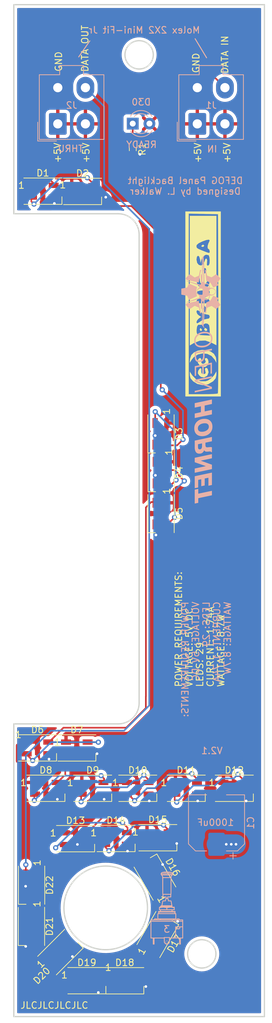
<source format=kicad_pcb>
(kicad_pcb (version 20211014) (generator pcbnew)
  (layers (0 "F.Cu" signal) (31 "B.Cu" signal) (34 "B.Paste" user) (35 "F.Paste" user) (36 "B.SilkS" user "B.Silkscreen") (37 "F.SilkS" user "F.Silkscreen") (38 "B.Mask" user) (39 "F.Mask" user) (44 "Edge.Cuts" user))
  (net 0 "")
  (net 1 "/LEDGND")
  (net 2 "/LED+5V")
  (net 3 "Net-(D1-Pad2)")
  (net 4 "/DATAIN")
  (net 5 "Net-(D2-Pad2)")
  (net 6 "Net-(D3-Pad2)")
  (net 7 "Net-(D4-Pad2)")
  (net 8 "Net-(D5-Pad2)")
  (net 9 "Net-(D6-Pad2)")
  (net 10 "Net-(D7-Pad2)")
  (net 11 "Net-(D8-Pad2)")
  (net 12 "Net-(D10-Pad4)")
  (net 13 "Net-(D10-Pad2)")
  (net 14 "Net-(D11-Pad2)")
  (net 15 "/DATAOUT1")
  (net 16 "Net-(D13-Pad2)")
  (net 17 "Net-(D14-Pad2)")
  (net 18 "Net-(D15-Pad2)")
  (net 19 "Net-(D16-Pad2)")
  (net 20 "Net-(D17-Pad2)")
  (net 21 "Net-(D18-Pad2)")
  (net 22 "Net-(D19-Pad2)")
  (net 23 "Net-(D20-Pad2)")
  (net 24 "Net-(D21-Pad2)")
  (net 25 "/DATAOUT")
  (net 26 "Net-(D30-Pad1)")
  (footprint "OH_Footprints:LED_WS2812B-MINI_PLCC4_3.5x3.5mm_P1.75mm" (layer "F.Cu") (at 125.05 59.045)
    (fp_text reference "D1" (at 0 -2.75) (layer "F.SilkS"))
    (fp_text value "WS2812B-Mini")
    (fp_text user "1" (at -3.260882 -0.892716) (layer "F.SilkS"))
    (pad "1" smd rect (at -1.64 -0.89) (size 1.5 0.8) (layers "F.Cu" "F.Paste" "F.Mask") (net 2 "/LED+5V"))
    (pad "2" smd rect (at -1.64 0.89) (size 1.5 0.8) (layers "F.Cu" "F.Paste" "F.Mask") (net 3 "Net-(D1-Pad2)"))
    (pad "3" smd rect (at 1.64 0.89) (size 1.5 0.8) (layers "F.Cu" "F.Paste" "F.Mask") (net 1 "/LEDGND"))
    (pad "4" smd rect (at 1.64 -0.89) (size 1.5 0.8) (layers "F.Cu" "F.Paste" "F.Mask") (net 4 "/DATAIN"))
  )
  (footprint "OH_Footprints:LED_WS2812B-MINI_PLCC4_3.5x3.5mm_P1.75mm" (layer "F.Cu") (at 131.08 59.08)
    (fp_text reference "D2" (at 0 -2.75) (layer "F.SilkS"))
    (fp_text value "WS2812B-Mini")
    (fp_text user "1" (at -2.999579 -0.975522) (layer "F.SilkS"))
    (pad "1" smd rect (at -1.64 -0.89) (size 1.5 0.8) (layers "F.Cu" "F.Paste" "F.Mask") (net 2 "/LED+5V"))
    (pad "2" smd rect (at -1.64 0.89) (size 1.5 0.8) (layers "F.Cu" "F.Paste" "F.Mask") (net 5 "Net-(D2-Pad2)"))
    (pad "3" smd rect (at 1.64 0.89) (size 1.5 0.8) (layers "F.Cu" "F.Paste" "F.Mask") (net 1 "/LEDGND"))
    (pad "4" smd rect (at 1.64 -0.89) (size 1.5 0.8) (layers "F.Cu" "F.Paste" "F.Mask") (net 3 "Net-(D1-Pad2)"))
  )
  (footprint "OH_Footprints:LED_WS2812B-MINI_PLCC4_3.5x3.5mm_P1.75mm" (layer "F.Cu") (at 143.005 95.89 -90)
    (fp_text reference "D3" (at 0 -2.75 -90) (layer "F.SilkS"))
    (fp_text value "WS2812B-Mini")
    (fp_text user "1" (at -3.4 -0.85 -90) (layer "F.SilkS"))
    (pad "1" smd rect (at -1.64 -0.89 270) (size 1.5 0.8) (layers "F.Cu" "F.Paste" "F.Mask") (net 2 "/LED+5V"))
    (pad "2" smd rect (at -1.64 0.89 270) (size 1.5 0.8) (layers "F.Cu" "F.Paste" "F.Mask") (net 6 "Net-(D3-Pad2)"))
    (pad "3" smd rect (at 1.64 0.89 270) (size 1.5 0.8) (layers "F.Cu" "F.Paste" "F.Mask") (net 1 "/LEDGND"))
    (pad "4" smd rect (at 1.64 -0.89 270) (size 1.5 0.8) (layers "F.Cu" "F.Paste" "F.Mask") (net 5 "Net-(D2-Pad2)"))
  )
  (footprint "OH_Footprints:LED_WS2812B-MINI_PLCC4_3.5x3.5mm_P1.75mm" (layer "F.Cu") (at 143.035 101.78 -90)
    (fp_text reference "D4" (at 0 -2.75 -90) (layer "F.SilkS"))
    (fp_text value "WS2812B-Mini")
    (fp_text user "1" (at -3.08926 -1.189424 -90) (layer "F.SilkS"))
    (pad "1" smd rect (at -1.64 -0.89 270) (size 1.5 0.8) (layers "F.Cu" "F.Paste" "F.Mask") (net 2 "/LED+5V"))
    (pad "2" smd rect (at -1.64 0.89 270) (size 1.5 0.8) (layers "F.Cu" "F.Paste" "F.Mask") (net 7 "Net-(D4-Pad2)"))
    (pad "3" smd rect (at 1.64 0.89 270) (size 1.5 0.8) (layers "F.Cu" "F.Paste" "F.Mask") (net 1 "/LEDGND"))
    (pad "4" smd rect (at 1.64 -0.89 270) (size 1.5 0.8) (layers "F.Cu" "F.Paste" "F.Mask") (net 6 "Net-(D3-Pad2)"))
  )
  (footprint "OH_Footprints:LED_WS2812B-MINI_PLCC4_3.5x3.5mm_P1.75mm" (layer "F.Cu") (at 143.015 108 -90)
    (fp_text reference "D5" (at 0 -2.75 -90) (layer "F.SilkS"))
    (fp_text value "WS2812B-Mini")
    (fp_text user "1" (at -3.4 -0.85 -90) (layer "F.SilkS"))
    (pad "1" smd rect (at -1.64 -0.89 270) (size 1.5 0.8) (layers "F.Cu" "F.Paste" "F.Mask") (net 2 "/LED+5V"))
    (pad "2" smd rect (at -1.64 0.89 270) (size 1.5 0.8) (layers "F.Cu" "F.Paste" "F.Mask") (net 8 "Net-(D5-Pad2)"))
    (pad "3" smd rect (at 1.64 0.89 270) (size 1.5 0.8) (layers "F.Cu" "F.Paste" "F.Mask") (net 1 "/LEDGND"))
    (pad "4" smd rect (at 1.64 -0.89 270) (size 1.5 0.8) (layers "F.Cu" "F.Paste" "F.Mask") (net 7 "Net-(D4-Pad2)"))
  )
  (footprint "OH_Footprints:LED_WS2812B-MINI_PLCC4_3.5x3.5mm_P1.75mm" (layer "F.Cu") (at 124.23 143.585)
    (fp_text reference "D6" (at 0 -2.75) (layer "F.SilkS"))
    (fp_text value "WS2812B-Mini")
    (fp_text user "1" (at -2.9 -2) (layer "F.SilkS"))
    (pad "1" smd rect (at -1.64 -0.89) (size 1.5 0.8) (layers "F.Cu" "F.Paste" "F.Mask") (net 2 "/LED+5V"))
    (pad "2" smd rect (at -1.64 0.89) (size 1.5 0.8) (layers "F.Cu" "F.Paste" "F.Mask") (net 9 "Net-(D6-Pad2)"))
    (pad "3" smd rect (at 1.64 0.89) (size 1.5 0.8) (layers "F.Cu" "F.Paste" "F.Mask") (net 1 "/LEDGND"))
    (pad "4" smd rect (at 1.64 -0.89) (size 1.5 0.8) (layers "F.Cu" "F.Paste" "F.Mask") (net 8 "Net-(D5-Pad2)"))
  )
  (footprint "OH_Footprints:LED_WS2812B-MINI_PLCC4_3.5x3.5mm_P1.75mm" (layer "F.Cu") (at 130.21 143.59)
    (fp_text reference "D7" (at 0 -2.75) (layer "F.SilkS"))
    (fp_text value "WS2812B-Mini")
    (fp_text user "1" (at -2.964964 -0.84522) (layer "F.SilkS"))
    (pad "1" smd rect (at -1.64 -0.89) (size 1.5 0.8) (layers "F.Cu" "F.Paste" "F.Mask") (net 2 "/LED+5V"))
    (pad "2" smd rect (at -1.64 0.89) (size 1.5 0.8) (layers "F.Cu" "F.Paste" "F.Mask") (net 10 "Net-(D7-Pad2)"))
    (pad "3" smd rect (at 1.64 0.89) (size 1.5 0.8) (layers "F.Cu" "F.Paste" "F.Mask") (net 1 "/LEDGND"))
    (pad "4" smd rect (at 1.64 -0.89) (size 1.5 0.8) (layers "F.Cu" "F.Paste" "F.Mask") (net 9 "Net-(D6-Pad2)"))
  )
  (footprint "OH_Footprints:LED_WS2812B-MINI_PLCC4_3.5x3.5mm_P1.75mm" (layer "F.Cu") (at 125.504 149.719)
    (fp_text reference "D8" (at 0 -2.75) (layer "F.SilkS"))
    (fp_text value "WS2812B-Mini")
    (fp_text user "1" (at -3.4 -0.85) (layer "F.SilkS"))
    (pad "1" smd rect (at -1.64 -0.89) (size 1.5 0.8) (layers "F.Cu" "F.Paste" "F.Mask") (net 2 "/LED+5V"))
    (pad "2" smd rect (at -1.64 0.89) (size 1.5 0.8) (layers "F.Cu" "F.Paste" "F.Mask") (net 11 "Net-(D8-Pad2)"))
    (pad "3" smd rect (at 1.64 0.89) (size 1.5 0.8) (layers "F.Cu" "F.Paste" "F.Mask") (net 1 "/LEDGND"))
    (pad "4" smd rect (at 1.64 -0.89) (size 1.5 0.8) (layers "F.Cu" "F.Paste" "F.Mask") (net 10 "Net-(D7-Pad2)"))
  )
  (footprint "OH_Footprints:LED_WS2812B-MINI_PLCC4_3.5x3.5mm_P1.75mm" (layer "F.Cu") (at 132.616 149.719)
    (fp_text reference "D9" (at 0 -2.75) (layer "F.SilkS"))
    (fp_text value "WS2812B-Mini")
    (fp_text user "1" (at -3.4 -0.85) (layer "F.SilkS"))
    (pad "1" smd rect (at -1.64 -0.89) (size 1.5 0.8) (layers "F.Cu" "F.Paste" "F.Mask") (net 2 "/LED+5V"))
    (pad "2" smd rect (at -1.64 0.89) (size 1.5 0.8) (layers "F.Cu" "F.Paste" "F.Mask") (net 12 "Net-(D10-Pad4)"))
    (pad "3" smd rect (at 1.64 0.89) (size 1.5 0.8) (layers "F.Cu" "F.Paste" "F.Mask") (net 1 "/LEDGND"))
    (pad "4" smd rect (at 1.64 -0.89) (size 1.5 0.8) (layers "F.Cu" "F.Paste" "F.Mask") (net 11 "Net-(D8-Pad2)"))
  )
  (footprint "OH_Footprints:LED_WS2812B-MINI_PLCC4_3.5x3.5mm_P1.75mm" (layer "F.Cu") (at 139.474 149.719)
    (fp_text reference "D10" (at 0 -2.75) (layer "F.SilkS"))
    (fp_text value "WS2812B-Mini")
    (fp_text user "1" (at -3.4 -0.85) (layer "F.SilkS"))
    (pad "1" smd rect (at -1.64 -0.89) (size 1.5 0.8) (layers "F.Cu" "F.Paste" "F.Mask") (net 2 "/LED+5V"))
    (pad "2" smd rect (at -1.64 0.89) (size 1.5 0.8) (layers "F.Cu" "F.Paste" "F.Mask") (net 13 "Net-(D10-Pad2)"))
    (pad "3" smd rect (at 1.64 0.89) (size 1.5 0.8) (layers "F.Cu" "F.Paste" "F.Mask") (net 1 "/LEDGND"))
    (pad "4" smd rect (at 1.64 -0.89) (size 1.5 0.8) (layers "F.Cu" "F.Paste" "F.Mask") (net 12 "Net-(D10-Pad4)"))
  )
  (footprint "OH_Footprints:LED_WS2812B-MINI_PLCC4_3.5x3.5mm_P1.75mm" (layer "F.Cu") (at 146.84 149.719)
    (fp_text reference "D11" (at 0 -2.75) (layer "F.SilkS"))
    (fp_text value "WS2812B-Mini")
    (fp_text user "1" (at -3.4 -0.85) (layer "F.SilkS"))
    (pad "1" smd rect (at -1.64 -0.89) (size 1.5 0.8) (layers "F.Cu" "F.Paste" "F.Mask") (net 2 "/LED+5V"))
    (pad "2" smd rect (at -1.64 0.89) (size 1.5 0.8) (layers "F.Cu" "F.Paste" "F.Mask") (net 14 "Net-(D11-Pad2)"))
    (pad "3" smd rect (at 1.64 0.89) (size 1.5 0.8) (layers "F.Cu" "F.Paste" "F.Mask") (net 1 "/LEDGND"))
    (pad "4" smd rect (at 1.64 -0.89) (size 1.5 0.8) (layers "F.Cu" "F.Paste" "F.Mask") (net 13 "Net-(D10-Pad2)"))
  )
  (footprint "OH_Footprints:LED_WS2812B-MINI_PLCC4_3.5x3.5mm_P1.75mm" (layer "F.Cu") (at 154.15 149.719)
    (fp_text reference "D12" (at 0 -2.75) (layer "F.SilkS"))
    (fp_text value "WS2812B-Mini")
    (fp_text user "1" (at -3.4 -0.85) (layer "F.SilkS"))
    (pad "1" smd rect (at -1.64 -0.89) (size 1.5 0.8) (layers "F.Cu" "F.Paste" "F.Mask") (net 2 "/LED+5V"))
    (pad "2" smd rect (at -1.64 0.89) (size 1.5 0.8) (layers "F.Cu" "F.Paste" "F.Mask") (net 15 "/DATAOUT1"))
    (pad "3" smd rect (at 1.64 0.89) (size 1.5 0.8) (layers "F.Cu" "F.Paste" "F.Mask") (net 1 "/LEDGND"))
    (pad "4" smd rect (at 1.64 -0.89) (size 1.5 0.8) (layers "F.Cu" "F.Paste" "F.Mask") (net 14 "Net-(D11-Pad2)"))
  )
  (footprint "OH_Footprints:LED_WS2812B-MINI_PLCC4_3.5x3.5mm_P1.75mm" (layer "F.Cu") (at 130.02 157.367)
    (fp_text reference "D13" (at 0 -2.75) (layer "F.SilkS"))
    (fp_text value "WS2812B-Mini")
    (fp_text user "1" (at -3.4 -0.85) (layer "F.SilkS"))
    (pad "1" smd rect (at -1.64 -0.89) (size 1.5 0.8) (layers "F.Cu" "F.Paste" "F.Mask") (net 2 "/LED+5V"))
    (pad "2" smd rect (at -1.64 0.89) (size 1.5 0.8) (layers "F.Cu" "F.Paste" "F.Mask") (net 16 "Net-(D13-Pad2)"))
    (pad "3" smd rect (at 1.64 0.89) (size 1.5 0.8) (layers "F.Cu" "F.Paste" "F.Mask") (net 1 "/LEDGND"))
    (pad "4" smd rect (at 1.64 -0.89) (size 1.5 0.8) (layers "F.Cu" "F.Paste" "F.Mask") (net 15 "/DATAOUT1"))
  )
  (footprint "OH_Footprints:LED_WS2812B-MINI_PLCC4_3.5x3.5mm_P1.75mm" (layer "F.Cu") (at 136.172 157.339)
    (fp_text reference "D14" (at 0 -2.75) (layer "F.SilkS"))
    (fp_text value "WS2812B-Mini")
    (fp_text user "1" (at -3.4 -0.85) (layer "F.SilkS"))
    (pad "1" smd rect (at -1.64 -0.89) (size 1.5 0.8) (layers "F.Cu" "F.Paste" "F.Mask") (net 2 "/LED+5V"))
    (pad "2" smd rect (at -1.64 0.89) (size 1.5 0.8) (layers "F.Cu" "F.Paste" "F.Mask") (net 17 "Net-(D14-Pad2)"))
    (pad "3" smd rect (at 1.64 0.89) (size 1.5 0.8) (layers "F.Cu" "F.Paste" "F.Mask") (net 1 "/LEDGND"))
    (pad "4" smd rect (at 1.64 -0.89) (size 1.5 0.8) (layers "F.Cu" "F.Paste" "F.Mask") (net 16 "Net-(D13-Pad2)"))
  )
  (footprint "OH_Footprints:LED_WS2812B-MINI_PLCC4_3.5x3.5mm_P1.75mm" (layer "F.Cu") (at 142.522 157.226)
    (fp_text reference "D15" (at 0 -2.75) (layer "F.SilkS"))
    (fp_text value "WS2812B-Mini")
    (fp_text user "1" (at -3.4 -0.85) (layer "F.SilkS"))
    (pad "1" smd rect (at -1.64 -0.89) (size 1.5 0.8) (layers "F.Cu" "F.Paste" "F.Mask") (net 2 "/LED+5V"))
    (pad "2" smd rect (at -1.64 0.89) (size 1.5 0.8) (layers "F.Cu" "F.Paste" "F.Mask") (net 18 "Net-(D15-Pad2)"))
    (pad "3" smd rect (at 1.64 0.89) (size 1.5 0.8) (layers "F.Cu" "F.Paste" "F.Mask") (net 1 "/LEDGND"))
    (pad "4" smd rect (at 1.64 -0.89) (size 1.5 0.8) (layers "F.Cu" "F.Paste" "F.Mask") (net 17 "Net-(D14-Pad2)"))
  )
  (footprint "OH_Footprints:LED_WS2812B-MINI_PLCC4_3.5x3.5mm_P1.75mm" (layer "F.Cu") (at 123.335 164.43 -90)
    (fp_text reference "D22" (at 0 -2.75 -90) (layer "F.SilkS"))
    (fp_text value "WS2812B-Mini")
    (fp_text user "1" (at -3.4 -0.85 -90) (layer "F.SilkS"))
    (pad "1" smd rect (at -1.64 -0.89 270) (size 1.5 0.8) (layers "F.Cu" "F.Paste" "F.Mask") (net 2 "/LED+5V"))
    (pad "2" smd rect (at -1.64 0.89 270) (size 1.5 0.8) (layers "F.Cu" "F.Paste" "F.Mask") (net 25 "/DATAOUT"))
    (pad "3" smd rect (at 1.64 0.89 270) (size 1.5 0.8) (layers "F.Cu" "F.Paste" "F.Mask") (net 1 "/LEDGND"))
    (pad "4" smd rect (at 1.64 -0.89 270) (size 1.5 0.8) (layers "F.Cu" "F.Paste" "F.Mask") (net 24 "Net-(D21-Pad2)"))
  )
  (footprint "OH_Footprints:LED_WS2812B-MINI_PLCC4_3.5x3.5mm_P1.75mm" (layer "F.Cu") (at 123.315 170.69 -90)
    (fp_text reference "D21" (at 0 -2.75 -90) (layer "F.SilkS"))
    (fp_text value "WS2812B-Mini")
    (fp_text user "1" (at -3.4 -0.85 -90) (layer "F.SilkS"))
    (pad "1" smd rect (at -1.64 -0.89 270) (size 1.5 0.8) (layers "F.Cu" "F.Paste" "F.Mask") (net 2 "/LED+5V"))
    (pad "2" smd rect (at -1.64 0.89 270) (size 1.5 0.8) (layers "F.Cu" "F.Paste" "F.Mask") (net 24 "Net-(D21-Pad2)"))
    (pad "3" smd rect (at 1.64 0.89 270) (size 1.5 0.8) (layers "F.Cu" "F.Paste" "F.Mask") (net 1 "/LEDGND"))
    (pad "4" smd rect (at 1.64 -0.89 270) (size 1.5 0.8) (layers "F.Cu" "F.Paste" "F.Mask") (net 23 "Net-(D20-Pad2)"))
  )
  (footprint "OH_Footprints:R_0603_1608Metric" (layer "F.Cu") (at 138.72 52.66 -90)
    (fp_text reference "R1" (at 0 -1.43 -90) (layer "F.SilkS"))
    (fp_text value "R")
    (pad "1" smd roundrect (at -0.825 0 270) (size 0.8 0.95) (layers "F.Cu" "F.Paste" "F.Mask") (net 26 "Net-(D30-Pad1)"))
    (pad "2" smd roundrect (at 0.825 0 270) (size 0.8 0.95) (layers "F.Cu" "F.Paste" "F.Mask") (net 1 "/LEDGND"))
  )
  (footprint "OH_Footprints:LED_WS2812B-MINI_PLCC4_3.5x3.5mm_P1.75mm" (layer "F.Cu") (at 142.53 171.935 60)
    (fp_text reference "D17" (at 0.087525 2.883288 60) (layer "F.SilkS"))
    (fp_text value "WS2812B-Mini")
    (fp_text user "1" (at -3.4 -0.85 60) (layer "F.SilkS"))
    (pad "1" smd rect (at -1.64 -0.89 60) (size 1.5 0.8) (layers "F.Cu" "F.Paste" "F.Mask") (net 2 "/LED+5V"))
    (pad "2" smd rect (at -1.64 0.89 60) (size 1.5 0.8) (layers "F.Cu" "F.Paste" "F.Mask") (net 20 "Net-(D17-Pad2)"))
    (pad "3" smd rect (at 1.64 0.89 60) (size 1.5 0.8) (layers "F.Cu" "F.Paste" "F.Mask") (net 1 "/LEDGND"))
    (pad "4" smd rect (at 1.64 -0.89 60) (size 1.5 0.8) (layers "F.Cu" "F.Paste" "F.Mask") (net 19 "Net-(D16-Pad2)"))
  )
  (footprint "OH_Footprints:LED_WS2812B-MINI_PLCC4_3.5x3.5mm_P1.75mm" (layer "F.Cu") (at 142.097 163.202 120)
    (fp_text reference "D16" (at -0.044105 3.094001 120) (layer "F.SilkS"))
    (fp_text value "WS2812B-Mini")
    (fp_text user "1" (at -3.4 -0.85 120) (layer "F.SilkS"))
    (pad "1" smd rect (at -1.64 -0.89 120) (size 1.5 0.8) (layers "F.Cu" "F.Paste" "F.Mask") (net 2 "/LED+5V"))
    (pad "2" smd rect (at -1.64 0.89 120) (size 1.5 0.8) (layers "F.Cu" "F.Paste" "F.Mask") (net 19 "Net-(D16-Pad2)"))
    (pad "3" smd rect (at 1.64 0.89 120) (size 1.5 0.8) (layers "F.Cu" "F.Paste" "F.Mask") (net 1 "/LEDGND"))
    (pad "4" smd rect (at 1.64 -0.89 120) (size 1.5 0.8) (layers "F.Cu" "F.Paste" "F.Mask") (net 18 "Net-(D15-Pad2)"))
  )
  (footprint "OH_Footprints:LED_WS2812B-MINI_PLCC4_3.5x3.5mm_P1.75mm" (layer "F.Cu") (at 127.724 174.599 45)
    (fp_text reference "D20" (at -4.537865 0.53245 45) (layer "F.SilkS"))
    (fp_text value "WS2812B-Mini")
    (fp_text user "1" (at -3.4 -0.85 45) (layer "F.SilkS"))
    (pad "1" smd rect (at -1.64 -0.89 45) (size 1.5 0.8) (layers "F.Cu" "F.Paste" "F.Mask") (net 2 "/LED+5V"))
    (pad "2" smd rect (at -1.64 0.89 45) (size 1.5 0.8) (layers "F.Cu" "F.Paste" "F.Mask") (net 23 "Net-(D20-Pad2)"))
    (pad "3" smd rect (at 1.64 0.89 45) (size 1.5 0.8) (layers "F.Cu" "F.Paste" "F.Mask") (net 1 "/LEDGND"))
    (pad "4" smd rect (at 1.64 -0.89 45) (size 1.5 0.8) (layers "F.Cu" "F.Paste" "F.Mask") (net 22 "Net-(D19-Pad2)"))
  )
  (footprint "OH_Footprints:LED_WS2812B-MINI_PLCC4_3.5x3.5mm_P1.75mm" (layer "F.Cu") (at 131.73 178.935)
    (fp_text reference "D19" (at 0 -2.75) (layer "F.SilkS"))
    (fp_text value "WS2812B-Mini")
    (fp_text user "1" (at -3.4 -0.85) (layer "F.SilkS"))
    (pad "1" smd rect (at -1.64 -0.89) (size 1.5 0.8) (layers "F.Cu" "F.Paste" "F.Mask") (net 2 "/LED+5V"))
    (pad "2" smd rect (at -1.64 0.89) (size 1.5 0.8) (layers "F.Cu" "F.Paste" "F.Mask") (net 22 "Net-(D19-Pad2)"))
    (pad "3" smd rect (at 1.64 0.89) (size 1.5 0.8) (layers "F.Cu" "F.Paste" "F.Mask") (net 1 "/LEDGND"))
    (pad "4" smd rect (at 1.64 -0.89) (size 1.5 0.8) (layers "F.Cu" "F.Paste" "F.Mask") (net 21 "Net-(D18-Pad2)"))
  )
  (footprint "OH_Footprints:LED_WS2812B-MINI_PLCC4_3.5x3.5mm_P1.75mm" (layer "F.Cu") (at 137.497 178.947)
    (fp_text reference "D18" (at 0 -2.75) (layer "F.SilkS"))
    (fp_text value "WS2812B-Mini")
    (fp_text user "1" (at -2.50443 -2.012) (layer "F.SilkS"))
    (pad "1" smd rect (at -1.64 -0.89) (size 1.5 0.8) (layers "F.Cu" "F.Paste" "F.Mask") (net 2 "/LED+5V"))
    (pad "2" smd rect (at -1.64 0.89) (size 1.5 0.8) (layers "F.Cu" "F.Paste" "F.Mask") (net 21 "Net-(D18-Pad2)"))
    (pad "3" smd rect (at 1.64 0.89) (size 1.5 0.8) (layers "F.Cu" "F.Paste" "F.Mask") (net 1 "/LEDGND"))
    (pad "4" smd rect (at 1.64 -0.89) (size 1.5 0.8) (layers "F.Cu" "F.Paste" "F.Mask") (net 20 "Net-(D17-Pad2)"))
  )
  (footprint "OH_General:CC-BY-NC-SA-Small" (layer "F.Cu") (at 149.41 76.25 90)
    (fp_text reference "G1" hide)
    (fp_text value "LOGO" hide)
  )
  (footprint "OH_Backlighting:S3AL_Toggle_Silkscreen" (layer "F.Cu") (at 143.76 168.04)
    (fp_text reference "G2" hide)
    (fp_text value "S3AL Toggle" hide)
    (fp_text user "3" (at 0.125 3.075) (layer "B.SilkS") (effects (justify mirror)))
  )
  (footprint "OH_Footprints:CP_Elec_8x10" (layer "B.Cu") (at 151.45 154.97 90)
    (fp_text reference "C1" (at 0 5.2 270) (layer "B.SilkS") (effects (justify mirror)))
    (fp_text value "C_Polarized")
    (pad "1" smd roundrect (at -3.25 0 90) (size 3.5 2.5) (layers "B.Cu" "B.Paste" "B.Mask") (roundrect_rratio 0.1) (net 2 "/LED+5V"))
    (pad "2" smd roundrect (at 3.25 0 90) (size 3.5 2.5) (layers "B.Cu" "B.Paste" "B.Mask") (roundrect_rratio 0.1) (net 1 "/LEDGND"))
  )
  (footprint "OH_Footprints:LED_D3.0mm" (layer "B.Cu") (at 138.71 48.78)
    (fp_text reference "D30" (at 1.289848 -3.270424 180) (layer "B.SilkS") (effects (justify mirror)))
    (fp_text value "LED")
    (pad "1" thru_hole rect (at 0 0) (size 1.8 1.8) (drill 0.9) (layers *.Cu *.Mask) (net 26 "Net-(D30-Pad1)"))
    (pad "2" thru_hole circle (at 2.54 0) (size 1.8 1.8) (drill 0.9) (layers *.Cu *.Mask) (net 2 "/LED+5V"))
  )
  (footprint "OH_Footprints:Molex_Mini-Fit_Jr_5566-04A_2x02_P4.20mm_Vertical" (layer "B.Cu") (at 148.53 48.82)
    (fp_text reference "J1" (at 2.1 -2.820624 180) (layer "B.SilkS") (effects (justify mirror)))
    (fp_text value "Conn_01x04_Female")
    (pad "1" thru_hole roundrect (at 0 0) (size 2.7 3.3) (drill 1.4) (layers *.Cu *.Mask) (roundrect_rratio 0.09259296296) (net 2 "/LED+5V"))
    (pad "2" thru_hole oval (at 4.2 0) (size 2.7 3.3) (drill 1.4) (layers *.Cu *.Mask) (net 2 "/LED+5V"))
    (pad "3" thru_hole oval (at 0 -5.5) (size 2.7 3.3) (drill 1.4) (layers *.Cu *.Mask) (net 1 "/LEDGND"))
    (pad "4" thru_hole oval (at 4.2 -5.5) (size 2.7 3.3) (drill 1.4) (layers *.Cu *.Mask) (net 4 "/DATAIN"))
  )
  (footprint "OH_Footprints:Molex_Mini-Fit_Jr_5566-04A_2x02_P4.20mm_Vertical" (layer "B.Cu") (at 127.32 48.82)
    (fp_text reference "J2" (at 2.1 -2.820624 180) (layer "B.SilkS") (effects (justify mirror)))
    (fp_text value "Conn_01x04_Female")
    (pad "1" thru_hole roundrect (at 0 0) (size 2.7 3.3) (drill 1.4) (layers *.Cu *.Mask) (roundrect_rratio 0.09259296296) (net 2 "/LED+5V"))
    (pad "2" thru_hole oval (at 4.2 0) (size 2.7 3.3) (drill 1.4) (layers *.Cu *.Mask) (net 2 "/LED+5V"))
    (pad "3" thru_hole oval (at 0 -5.5) (size 2.7 3.3) (drill 1.4) (layers *.Cu *.Mask) (net 1 "/LEDGND"))
    (pad "4" thru_hole oval (at 4.2 -5.5) (size 2.7 3.3) (drill 1.4) (layers *.Cu *.Mask) (net 25 "/DATAOUT"))
  )
  (footprint "OH_General:OH_LOGO_37.7mm_5.9mm" (layer "B.Cu") (at 149.07 87.63 -90)
    (fp_text reference "G3" hide)
    (fp_text value "LOGO" hide)
  )
  (gr_line (start 132.19 36.22) (end 130.5 38.65) (layer "B.SilkS") (width 0.15))
  (gr_line (start 148.2 35.9) (end 149.94 38.78) (layer "B.SilkS") (width 0.15))
  (gr_circle (center 149.209016 174.862625) (end 151.361666 174.862625) (layer "Edge.Cuts") (width 0.2) (fill none))
  (gr_arc (start 139.684016 136.762625) (mid 138.75408 139.007689) (end 136.509016 139.937625) (layer "Edge.Cuts") (width 0.2))
  (gr_line (start 139.684016 65.642626) (end 139.684016 136.762625) (layer "Edge.Cuts") (width 0.2))
  (gr_line (start 136.509016 139.937625) (end 120.634016 139.937625) (layer "Edge.Cuts") (width 0.2))
  (gr_line (start 158.734016 30.717627) (end 120.634016 30.717627) (layer "Edge.Cuts") (width 0.2))
  (gr_circle (center 139.684016 38.337625) (end 141.836666 38.337625) (layer "Edge.Cuts") (width 0.2) (fill none))
  (gr_line (start 120.634016 62.467625) (end 136.509016 62.467625) (layer "Edge.Cuts") (width 0.2))
  (gr_line (start 120.634016 139.937625) (end 120.634016 184.387625) (layer "Edge.Cuts") (width 0.2))
  (gr_circle (center 134.604016 167.877625) (end 140.954016 167.877625) (layer "Edge.Cuts") (width 0.2) (fill none))
  (gr_line (start 158.734016 184.387625) (end 158.734016 30.717627) (layer "Edge.Cuts") (width 0.2))
  (gr_line (start 120.634016 30.717627) (end 120.634016 62.467628) (layer "Edge.Cuts") (width 0.2))
  (gr_arc (start 136.509016 62.467625) (mid 138.75408 63.397561) (end 139.684016 65.642625) (layer "Edge.Cuts") (width 0.2))
  (gr_line (start 120.634016 184.387625) (end 158.734016 184.387625) (layer "Edge.Cuts") (width 0.2))
  (gr_text "DEFOG Panel Backlight\nDesigned by L. Walker" (at 146.72 58.25) (layer "B.SilkS") (effects (font (size 1 1)) (justify mirror)))
  (gr_text "V2.1\n" (at 150.749 144.018) (layer "B.SilkS") (effects (font (size 1 1)) (justify mirror)))
  (gr_text "POWER REQUIREMENTS:\nVOLTAGE: 5V DC\nLEDS: 29\nCURRENT: 1.74A\nWATTAGE: 8.7W" (at 149.9 121.28 90) (layer "B.SilkS") (effects (font (size 1 1)) (justify left mirror)))
  (gr_text "THRU" (at 129.26 52.59) (layer "B.SilkS") (effects (font (size 1 1)) (justify mirror)))
  (gr_text "READY" (at 140.05 51.97) (layer "B.SilkS") (effects (font (size 1 1)) (justify mirror)))
  (gr_text "IN" (at 150.79 52.65) (layer "B.SilkS") (effects (font (size 1 1)) (justify mirror)))
  (gr_text "1000uF" (at 151.3 154.91) (layer "B.SilkS") (effects (font (size 1 1)) (justify mirror)))
  (gr_text "Molex 2X2 Mini-Fit Jr." (at 140.24 34.58) (layer "B.SilkS") (effects (font (size 1 1)) (justify mirror)))
  (gr_text "GND" (at 148.34 39.57 90) (layer "F.SilkS") (effects (font (size 1 1))))
  (gr_text "DATA IN" (at 152.72 38.31 90) (layer "F.SilkS") (effects (font (size 1 1))))
  (gr_text "+5V" (at 148.61 53.21 90) (layer "F.SilkS") (effects (font (size 1 1))))
  (gr_text "POWER REQUIREMENTS:\nVOLTAGE: 5V DC\nLEDS: 29\nCURRENT: 1.74A\nWATTAGE: 8.7W" (at 148.91 134.42 90) (layer "F.SilkS") (effects (font (size 1 1)) (justify left)))
  (gr_text "GND" (at 127.45 39.36 90) (layer "F.SilkS") (effects (font (size 1 1))))
  (gr_text "+5V" (at 153.05 53.21 90) (layer "F.SilkS") (effects (font (size 1 1))))
  (gr_text "DATA OUT" (at 131.46 37.38 90) (layer "F.SilkS") (effects (font (size 1 1))))
  (gr_text "+5V" (at 131.62 53.21 90) (layer "F.SilkS") (effects (font (size 1 1))))
  (gr_text "+5V" (at 127.29 53.21 90) (layer "F.SilkS") (effects (font (size 1 1))))
  (gr_text "JLCJLCJLCJLC" (at 126.8 182.675) (layer "F.SilkS") (effects (font (size 1 1))))
  (segment (start 137.922 159.258) (end 137.922 159.258) (width 0.5) (layer "F.Cu") (net 1))
  (segment (start 142.16 103.53) (end 142.16 102.188) (width 0.5) (layer "F.Cu") (net 1))
  (segment (start 137.922 158.214) (end 137.922 159.258) (width 0.5) (layer "F.Cu") (net 1))
  (segment (start 129.56 174.62) (end 129.54 175.26) (width 0.5) (layer "F.Cu") (net 1))
  (segment (start 144.163 170.857) (end 144.6285 170.3915) (width 0.5) (layer "F.Cu") (net 1))
  (segment (start 141.224 150.594) (end 141.224 151.638) (width 0.5) (layer "F.Cu") (net 1))
  (segment (start 142.618 161.2695) (end 143.256 161.29) (width 0.5) (layer "F.Cu") (net 1))
  (segment (start 145.094 169.926) (end 145.542 169.926) (width 0.5) (layer "F.Cu") (net 1))
  (segment (start 144.6285 170.3915) (end 144.6283 170.3915) (width 0.5) (layer "F.Cu") (net 1))
  (segment (start 133.48 179.81) (end 133.48 180.724) (width 0.5) (layer "F.Cu") (net 1))
  (segment (start 129.56 174.62) (end 129.5802 174.5998) (width 0.5) (layer "F.Cu") (net 1))
  (segment (start 148.59 150.594) (end 148.59 151.638) (width 0.5) (layer "F.Cu") (net 1))
  (segment (start 155.956 151.638) (end 155.9 151.582) (width 0.5) (layer "F.Cu") (net 1))
  (segment (start 131.77 158.242) (end 130.302 158.242) (width 0.5) (layer "F.Cu") (net 1))
  (segment (start 142.0003 161.2695) (end 141.9798 161.249) (width 0.5) (layer "F.Cu") (net 1))
  (segment (start 141.98 161.249) (end 142.618 161.2695) (width 0.5) (layer "F.Cu") (net 1))
  (segment (start 134.366 150.594) (end 134.366 151.384) (width 0.5) (layer "F.Cu") (net 1))
  (segment (start 122.44 172.44) (end 122.44 173.724) (width 0.5) (layer "F.Cu") (net 1))
  (segment (start 127.254 150.594) (end 127.254 151.384) (width 0.5) (layer "F.Cu") (net 1))
  (segment (start 129.58 173.98) (end 129.56 174.62) (width 0.5) (layer "F.Cu") (net 1))
  (segment (start 125.98 144.46) (end 125.984 145.288) (width 0.5) (layer "F.Cu") (net 1))
  (segment (start 138.72 53.4475) (end 139.808 53.4475) (width 0.5) (layer "F.Cu") (net 1))
  (segment (start 144.6283 170.3915) (end 144.1628 170.857) (width 0.5) (layer "F.Cu") (net 1))
  (segment (start 142.618 161.2695) (end 142.0003 161.2695) (width 0.5) (layer "F.Cu") (net 1))
  (segment (start 144.6285 170.3915) (end 145.094 169.926) (width 0.5) (layer "F.Cu") (net 1))
  (segment (start 144.272 158.101) (end 145.401 158.101) (width 0.5) (layer "F.Cu") (net 1))
  (segment (start 139.247 179.822) (end 140.706 179.822) (width 0.5) (layer "F.Cu") (net 1))
  (segment (start 142.14 109.75) (end 142.24 111.252) (width 0.5) (layer "F.Cu") (net 1))
  (segment (start 143.256 161.29) (end 143.215 161.249) (width 0.5) (layer "F.Cu") (net 1))
  (segment (start 155.9 150.594) (end 155.956 151.638) (width 0.5) (layer "F.Cu") (net 1))
  (segment (start 132.83 59.955) (end 134.609 59.955) (width 0.5) (layer "F.Cu") (net 1))
  (segment (start 126.8 59.92) (end 126.8 60.9) (width 0.5) (layer "F.Cu") (net 1))
  (segment (start 129.5802 174.5998) (end 129.5802 173.9803) (width 0.5) (layer "F.Cu") (net 1))
  (segment (start 131.96 144.465) (end 133.289 144.465) (width 0.5) (layer "F.Cu") (net 1))
  (segment (start 122.428 164.592) (end 122.46 164.624) (width 0.5) (layer "F.Cu") (net 1))
  (segment (start 125.984 145.288) (end 125.98 145.284) (width 0.5) (layer "F.Cu") (net 1))
  (segment (start 122.46 166.18) (end 122.428 164.592) (width 0.5) (layer "F.Cu") (net 1))
  (segment (start 129.54 175.26) (end 129.58 175.22) (width 0.5) (layer "F.Cu") (net 1))
  (segment (start 142.24 111.252) (end 142.14 111.152) (width 0.5) (layer "F.Cu") (net 1))
  (segment (start 142.13 97.64) (end 142.13 96.156) (width 0.5) (layer "F.Cu") (net 1))
  (via (at 129.54 175.26) (size 0.8) (drill 0.4) (layers "F.Cu" "B.Cu") (net 1))
  (via (at 148.59 151.638) (size 0.8) (drill 0.4) (layers "F.Cu" "B.Cu") (net 1))
  (via (at 134.366 151.384) (size 0.8) (drill 0.4) (layers "F.Cu" "B.Cu") (net 1))
  (via (at 145.401 158.101) (size 0.8) (drill 0.4) (layers "F.Cu" "B.Cu") (net 1))
  (via (at 140.706 179.822) (size 0.8) (drill 0.4) (layers "F.Cu" "B.Cu") (net 1))
  (via (at 127.254 151.384) (size 0.8) (drill 0.4) (layers "F.Cu" "B.Cu") (net 1))
  (via (at 143.256 161.29) (size 0.8) (drill 0.4) (layers "F.Cu" "B.Cu") (net 1))
  (via (at 141.224 151.638) (size 0.8) (drill 0.4) (layers "F.Cu" "B.Cu") (net 1))
  (via (at 155.956 151.638) (size 0.8) (drill 0.4) (layers "F.Cu" "B.Cu") (net 1))
  (via (at 145.542 169.926) (size 0.8) (drill 0.4) (layers "F.Cu" "B.Cu") (net 1))
  (via (at 137.922 159.258) (size 0.8) (drill 0.4) (layers "F.Cu" "B.Cu") (net 1))
  (via (at 122.44 173.724) (size 0.8) (drill 0.4) (layers "F.Cu" "B.Cu") (net 1))
  (via (at 125.984 145.288) (size 0.8) (drill 0.4) (layers "F.Cu" "B.Cu") (net 1))
  (via (at 122.428 164.592) (size 0.8) (drill 0.4) (layers "F.Cu" "B.Cu") (net 1))
  (via (at 142.13 96.156) (size 0.8) (drill 0.4) (layers "F.Cu" "B.Cu") (net 1))
  (via (at 134.609 59.955) (size 0.8) (drill 0.4) (layers "F.Cu" "B.Cu") (net 1))
  (via (at 133.48 180.724) (size 0.8) (drill 0.4) (layers "F.Cu" "B.Cu") (net 1))
  (via (at 139.808 53.4475) (size 0.8) (drill 0.4) (layers "F.Cu" "B.Cu") (net 1))
  (via (at 142.16 102.188) (size 0.8) (drill 0.4) (layers "F.Cu" "B.Cu") (net 1))
  (via (at 126.8 60.9) (size 0.8) (drill 0.4) (layers "F.Cu" "B.Cu") (net 1))
  (via (at 133.289 144.465) (size 0.8) (drill 0.4) (layers "F.Cu" "B.Cu") (net 1))
  (via (at 130.302 158.242) (size 0.8) (drill 0.4) (layers "F.Cu" "B.Cu") (net 1))
  (via (at 142.24 111.252) (size 0.8) (drill 0.4) (layers "F.Cu" "B.Cu") (net 1))
  (segment (start 136.144 156.464) (end 136.144 156.464) (width 0.25) (layer "F.Cu") (net 2))
  (segment (start 121.184026 143.229974) (end 121.184026 145.568026) (width 0.5) (layer "F.Cu") (net 2))
  (segment (start 128.46 142.715) (end 128.46 141.796) (width 0.25) (layer "F.Cu") (net 2))
  (segment (start 122.48 142.71) (end 121.704 142.71) (width 0.5) (layer "F.Cu") (net 2))
  (segment (start 134.422 156.464) (end 136.144 156.464) (width 0.25) (layer "F.Cu") (net 2))
  (segment (start 121.184026 145.568026) (end 121.666 146.05) (width 0.5) (layer "F.Cu") (net 2))
  (segment (start 121.704 142.71) (end 121.184026 143.229974) (width 0.5) (layer "F.Cu") (net 2))
  (via (at 152.93 158.22) (size 0.8) (drill 0.4) (layers "F.Cu" "B.Cu") (net 2))
  (via (at 154.41 158.22) (size 0.8) (drill 0.4) (layers "F.Cu" "B.Cu") (net 2))
  (via (at 153.692 158.22) (size 0.8) (drill 0.4) (layers "F.Cu" "B.Cu") (net 2))
  (segment (start 154.41 158.22) (end 154.41 158.22) (width 3) (layer "B.Cu") (net 2))
  (segment (start 153.692 158.22) (end 154.41 158.22) (width 3) (layer "B.Cu") (net 2))
  (segment (start 152.93 158.22) (end 153.692 158.22) (width 3) (layer "B.Cu") (net 2))
  (segment (start 151.45 158.22) (end 152.93 158.22) (width 3) (layer "B.Cu") (net 2))
  (segment (start 123.3 60.6) (end 123.7 61) (width 0.25) (layer "F.Cu") (net 3))
  (segment (start 132.83 58.205) (end 132.83 58.03) (width 0.25) (layer "F.Cu") (net 3))
  (segment (start 123.3 59.92) (end 123.3 60.6) (width 0.25) (layer "F.Cu") (net 3))
  (segment (start 132.83 58.03) (end 131.8 57) (width 0.25) (layer "F.Cu") (net 3))
  (via (at 131.8 57) (size 0.8) (drill 0.4) (layers "F.Cu" "B.Cu") (net 3))
  (via (at 123.7 61) (size 0.8) (drill 0.4) (layers "F.Cu" "B.Cu") (net 3))
  (segment (start 127.7 57) (end 123.7 61) (width 0.25) (layer "B.Cu") (net 3))
  (segment (start 131.8 57) (end 127.7 57) (width 0.25) (layer "B.Cu") (net 3))
  (segment (start 126.492 39.624) (end 124.968 41.148) (width 0.25) (layer "F.Cu") (net 4))
  (segment (start 133.096 39.624) (end 126.492 39.624) (width 0.25) (layer "F.Cu") (net 4))
  (segment (start 126.8 57.966) (end 126.8 58.17) (width 0.25) (layer "F.Cu") (net 4))
  (segment (start 124.968 41.148) (end 124.968 56.134) (width 0.25) (layer "F.Cu") (net 4))
  (segment (start 143.002 42.672) (end 136.144 42.672) (width 0.25) (layer "F.Cu") (net 4))
  (segment (start 152.73 43.32) (end 150.05 40.64) (width 0.25) (layer "F.Cu") (net 4))
  (segment (start 150.05 40.64) (end 145.034 40.64) (width 0.25) (layer "F.Cu") (net 4))
  (segment (start 124.968 56.134) (end 126.8 57.966) (width 0.25) (layer "F.Cu") (net 4))
  (segment (start 136.144 42.672) (end 133.096 39.624) (width 0.25) (layer "F.Cu") (net 4))
  (segment (start 145.034 40.64) (end 143.002 42.672) (width 0.25) (layer "F.Cu") (net 4))
  (segment (start 143.2 89.2) (end 142.9743 88.9743) (width 0.25) (layer "F.Cu") (net 5))
  (segment (start 138.516 61.3) (end 130.5 61.3) (width 0.25) (layer "F.Cu") (net 5))
  (segment (start 145.46 97.64) (end 146.35 96.75) (width 0.25) (layer "F.Cu") (net 5))
  (segment (start 129.33 60.13) (end 129.33 59.955) (width 0.25) (layer "F.Cu") (net 5))
  (segment (start 130.5 61.3) (end 129.33 60.13) (width 0.25) (layer "F.Cu") (net 5))
  (segment (start 143.88 97.64) (end 145.46 97.64) (width 0.25) (layer "F.Cu") (net 5))
  (segment (start 142.9743 88.9743) (end 142.9743 65.7583) (width 0.25) (layer "F.Cu") (net 5))
  (segment (start 142.9743 65.7583) (end 138.516 61.3) (width 0.25) (layer "F.Cu") (net 5))
  (via (at 146.35 96.75) (size 0.8) (drill 0.4) (layers "F.Cu" "B.Cu") (net 5))
  (via (at 143.2 89.2) (size 0.8) (drill 0.4) (layers "F.Cu" "B.Cu") (net 5))
  (segment (start 146.35 92.35) (end 143.2 89.2) (width 0.25) (layer "B.Cu") (net 5))
  (segment (start 146.35 96.75) (end 146.35 92.35) (width 0.25) (layer "B.Cu") (net 5))
  (segment (start 142.13 94.14) (end 142.13 92.53) (width 0.25) (layer "F.Cu") (net 6))
  (segment (start 143.91 103.53) (end 144.67 103.53) (width 0.25) (layer "F.Cu") (net 6))
  (segment (start 144.67 103.53) (end 145.3 102.9) (width 0.25) (layer "F.Cu") (net 6))
  (via (at 142.13 92.53) (size 0.8) (drill 0.4) (layers "F.Cu" "B.Cu") (net 6))
  (via (at 145.3 102.9) (size 0.8) (drill 0.4) (layers "F.Cu" "B.Cu") (net 6))
  (segment (start 145.3 98.252998) (end 145.2 98.152998) (width 0.25) (layer "B.Cu") (net 6))
  (segment (start 145.3 102.9) (end 145.3 98.252998) (width 0.25) (layer "B.Cu") (net 6))
  (segment (start 145.2 95.6) (end 142.13 92.53) (width 0.25) (layer "B.Cu") (net 6))
  (segment (start 145.2 98.152998) (end 145.2 95.6) (width 0.25) (layer "B.Cu") (net 6))
  (segment (start 145.07 108.57) (end 143.89 109.75) (width 0.25) (layer "F.Cu") (net 7))
  (segment (start 145.7 102.2) (end 146.55 103.05) (width 0.25) (layer "F.Cu") (net 7))
  (segment (start 142.16 101.08) (end 142.48 101.4) (width 0.25) (layer "F.Cu") (net 7))
  (segment (start 142.16 100.03) (end 142.16 101.08) (width 0.25) (layer "F.Cu") (net 7))
  (segment (start 145.7 102) (end 145.7 102.2) (width 0.25) (layer "F.Cu") (net 7))
  (segment (start 145.1 101.4) (end 145.7 102) (width 0.25) (layer "F.Cu") (net 7))
  (segment (start 142.48 101.4) (end 145.1 101.4) (width 0.25) (layer "F.Cu") (net 7))
  (via (at 145.07 108.57) (size 0.8) (drill 0.4) (layers "F.Cu" "B.Cu") (net 7))
  (via (at 146.55 103.05) (size 0.8) (drill 0.4) (layers "F.Cu" "B.Cu") (net 7))
  (segment (start 145.07 108.57) (end 145.07 104.53) (width 0.25) (layer "B.Cu") (net 7))
  (segment (start 145.07 104.53) (end 146.55 103.05) (width 0.25) (layer "B.Cu") (net 7))
  (segment (start 140.7061 137.5311) (end 137.7216 140.5156) (width 0.25) (layer "F.Cu") (net 8))
  (segment (start 140.716 107.061) (end 140.716 135.763) (width 0.25) (layer "F.Cu") (net 8))
  (segment (start 128.1744 140.5156) (end 127.7934 140.8966) (width 0.25) (layer "F.Cu") (net 8))
  (segment (start 141.527 106.25) (end 140.716 107.061) (width 0.25) (layer "F.Cu") (net 8))
  (segment (start 142.14 106.25) (end 141.527 106.25) (width 0.25) (layer "F.Cu") (net 8))
  (segment (start 140.7061 135.7729) (end 140.7061 137.5311) (width 0.25) (layer "F.Cu") (net 8))
  (segment (start 140.716 135.763) (end 140.7061 135.7729) (width 0.25) (layer "F.Cu") (net 8))
  (segment (start 137.7216 140.5156) (end 128.1744 140.5156) (width 0.25) (layer "F.Cu") (net 8))
  (segment (start 127.7934 140.8966) (end 125.98 142.71) (width 0.25) (layer "F.Cu") (net 8))
  (segment (start 133.485 142.715) (end 133.485 142.715) (width 0.25) (layer "F.Cu") (net 9))
  (segment (start 131.96 142.715) (end 133.485 142.715) (width 0.25) (layer "F.Cu") (net 9))
  (segment (start 122.48 144.46) (end 122.48 144.48) (width 0.25) (layer "F.Cu") (net 9))
  (segment (start 122.48 144.48) (end 123.5 145.5) (width 0.25) (layer "F.Cu") (net 9))
  (via (at 133.485 142.715) (size 0.8) (drill 0.4) (layers "F.Cu" "B.Cu") (net 9))
  (via (at 123.5 145.5) (size 0.8) (drill 0.4) (layers "F.Cu" "B.Cu") (net 9))
  (segment (start 133.485 142.715) (end 126.285 142.715) (width 0.25) (layer "B.Cu") (net 9))
  (segment (start 126.285 142.715) (end 123.5 145.5) (width 0.25) (layer "B.Cu") (net 9))
  (segment (start 128.46 147.638) (end 127.254 148.844) (width 0.25) (layer "F.Cu") (net 10))
  (segment (start 128.46 144.465) (end 128.46 147.638) (width 0.25) (layer "F.Cu") (net 10))
  (segment (start 123.754 151.554) (end 123.754 151.554) (width 0.25) (layer "F.Cu") (net 11))
  (segment (start 134.366 148.266) (end 133.9 147.8) (width 0.25) (layer "F.Cu") (net 11))
  (segment (start 134.366 148.844) (end 134.366 148.266) (width 0.25) (layer "F.Cu") (net 11))
  (segment (start 123.754 150.594) (end 123.754 151.554) (width 0.25) (layer "F.Cu") (net 11))
  (via (at 133.9 147.8) (size 0.8) (drill 0.4) (layers "F.Cu" "B.Cu") (net 11))
  (via (at 123.754 151.554) (size 0.8) (drill 0.4) (layers "F.Cu" "B.Cu") (net 11))
  (segment (start 133.9 147.8) (end 127.508 147.8) (width 0.25) (layer "B.Cu") (net 11))
  (segment (start 127.508 147.8) (end 123.754 151.554) (width 0.25) (layer "B.Cu") (net 11))
  (segment (start 141.224 148.524) (end 140.4 147.7) (width 0.25) (layer "F.Cu") (net 12))
  (segment (start 130.866 150.594) (end 130.866 151.766) (width 0.25) (layer "F.Cu") (net 12))
  (segment (start 141.224 148.844) (end 141.224 148.524) (width 0.25) (layer "F.Cu") (net 12))
  (via (at 130.866 151.766) (size 0.8) (drill 0.4) (layers "F.Cu" "B.Cu") (net 12))
  (via (at 140.4 147.7) (size 0.8) (drill 0.4) (layers "F.Cu" "B.Cu") (net 12))
  (segment (start 139.574999 148.525001) (end 140.4 147.7) (width 0.25) (layer "B.Cu") (net 12))
  (segment (start 137.866 149.566) (end 138.906999 148.525001) (width 0.25) (layer "B.Cu") (net 12))
  (segment (start 130.866 151.766) (end 133.066 149.566) (width 0.25) (layer "B.Cu") (net 12))
  (segment (start 138.906999 148.525001) (end 139.574999 148.525001) (width 0.25) (layer "B.Cu") (net 12))
  (segment (start 133.066 149.566) (end 137.866 149.566) (width 0.25) (layer "B.Cu") (net 12))
  (segment (start 137.994 150.594) (end 139 151.6) (width 0.25) (layer "F.Cu") (net 13))
  (segment (start 137.724 150.594) (end 137.994 150.594) (width 0.25) (layer "F.Cu") (net 13))
  (segment (start 148.59 148.844) (end 148.59 148.39) (width 0.25) (layer "F.Cu") (net 13))
  (segment (start 148.59 148.39) (end 147.7 147.5) (width 0.25) (layer "F.Cu") (net 13))
  (via (at 147.7 147.5) (size 0.8) (drill 0.4) (layers "F.Cu" "B.Cu") (net 13))
  (via (at 139 151.6) (size 0.8) (drill 0.4) (layers "F.Cu" "B.Cu") (net 13))
  (segment (start 142.088998 149.7) (end 140.9 149.7) (width 0.25) (layer "B.Cu") (net 13))
  (segment (start 140.9 149.7) (end 139 151.6) (width 0.25) (layer "B.Cu") (net 13))
  (segment (start 147.7 147.5) (end 144.288998 147.5) (width 0.25) (layer "B.Cu") (net 13))
  (segment (start 144.288998 147.5) (end 142.088998 149.7) (width 0.25) (layer "B.Cu") (net 13))
  (segment (start 145.09 150.594) (end 145.09 151.51) (width 0.25) (layer "F.Cu") (net 14))
  (segment (start 155.9 148.8) (end 154.7 147.6) (width 0.25) (layer "F.Cu") (net 14))
  (segment (start 155.9 148.844) (end 155.9 148.8) (width 0.25) (layer "F.Cu") (net 14))
  (segment (start 145.09 151.51) (end 145.4 151.82) (width 0.25) (layer "F.Cu") (net 14))
  (via (at 145.4 151.82) (size 0.8) (drill 0.4) (layers "F.Cu" "B.Cu") (net 14))
  (via (at 154.7 147.6) (size 0.8) (drill 0.4) (layers "F.Cu" "B.Cu") (net 14))
  (segment (start 152.274999 148.225001) (end 154.074999 148.225001) (width 0.25) (layer "B.Cu") (net 14))
  (segment (start 147.92 149.3) (end 151.2 149.3) (width 0.25) (layer "B.Cu") (net 14))
  (segment (start 151.2 149.3) (end 152.274999 148.225001) (width 0.25) (layer "B.Cu") (net 14))
  (segment (start 154.074999 148.225001) (end 154.7 147.6) (width 0.25) (layer "B.Cu") (net 14))
  (segment (start 145.4 151.82) (end 147.92 149.3) (width 0.25) (layer "B.Cu") (net 14))
  (segment (start 138.43 152.4) (end 139.192 153.162) (width 0.25) (layer "F.Cu") (net 15))
  (segment (start 149.832 153.162) (end 139.192 153.162) (width 0.25) (layer "F.Cu") (net 15))
  (segment (start 135.862 152.4) (end 138.43 152.4) (width 0.25) (layer "F.Cu") (net 15))
  (segment (start 152.4 150.594) (end 149.832 153.162) (width 0.25) (layer "F.Cu") (net 15))
  (segment (start 131.77 156.492) (end 135.862 152.4) (width 0.25) (layer "F.Cu") (net 15))
  (segment (start 128.27 158.242) (end 127.508 158.242) (width 0.25) (layer "F.Cu") (net 16))
  (segment (start 127.508 158.242) (end 127 158.75) (width 0.25) (layer "F.Cu") (net 16))
  (segment (start 137.922 155.702) (end 137.16 154.94) (width 0.25) (layer "F.Cu") (net 16))
  (segment (start 137.922 156.464) (end 137.922 155.702) (width 0.25) (layer "F.Cu") (net 16))
  (via (at 137.16 154.94) (size 0.8) (drill 0.4) (layers "F.Cu" "B.Cu") (net 16))
  (via (at 127 158.75) (size 0.8) (drill 0.4) (layers "F.Cu" "B.Cu") (net 16))
  (segment (start 137.16 154.94) (end 130.81 154.94) (width 0.25) (layer "B.Cu") (net 16))
  (segment (start 130.81 154.94) (end 127 158.75) (width 0.25) (layer "B.Cu") (net 16))
  (segment (start 144.272 156.172) (end 143.4 155.3) (width 0.25) (layer "F.Cu") (net 17))
  (segment (start 134.422 158.522) (end 135.1 159.2) (width 0.25) (layer "F.Cu") (net 17))
  (segment (start 144.272 156.351) (end 144.272 156.172) (width 0.25) (layer "F.Cu") (net 17))
  (segment (start 134.422 158.214) (end 134.422 158.522) (width 0.25) (layer "F.Cu") (net 17))
  (via (at 135.1 159.2) (size 0.8) (drill 0.4) (layers "F.Cu" "B.Cu") (net 17))
  (via (at 143.4 155.3) (size 0.8) (drill 0.4) (layers "F.Cu" "B.Cu") (net 17))
  (segment (start 143.4 155.3) (end 139 155.3) (width 0.25) (layer "B.Cu") (net 17))
  (segment (start 139 155.3) (end 135.1 159.2) (width 0.25) (layer "B.Cu") (net 17))
  (segment (start 140.772 161.816184) (end 140.464228 162.123956) (width 0.25) (layer "F.Cu") (net 18))
  (segment (start 140.772 158.101) (end 140.772 161.816184) (width 0.25) (layer "F.Cu") (net 18))
  (segment (start 143.729772 168.899412) (end 143.729772 164.280044) (width 0.25) (layer "F.Cu") (net 19))
  (segment (start 142.647228 169.981956) (end 143.729772 168.899412) (width 0.25) (layer "F.Cu") (net 19))
  (segment (start 139.247 177.053816) (end 142.412772 173.888044) (width 0.25) (layer "F.Cu") (net 20))
  (segment (start 139.247 178.072) (end 139.247 177.053816) (width 0.25) (layer "F.Cu") (net 20))
  (segment (start 133.985 178.06) (end 135.747 179.822) (width 0.25) (layer "F.Cu") (net 21))
  (segment (start 133.48 178.06) (end 133.985 178.06) (width 0.25) (layer "F.Cu") (net 21))
  (segment (start 128.343 172.743) (end 128.3427 172.7427) (width 0.25) (layer "F.Cu") (net 22))
  (segment (start 128.524 177.038) (end 128.651 176.911) (width 0.25) (layer "F.Cu") (net 22))
  (segment (start 127.762 174.625) (end 128.651 175.514) (width 0.25) (layer "F.Cu") (net 22))
  (segment (start 127.762 173.323563) (end 127.762 174.625) (width 0.25) (layer "F.Cu") (net 22))
  (segment (start 128.3427 172.7427) (end 128.3427 172.7428) (width 0.25) (layer "F.Cu") (net 22))
  (segment (start 128.342718 172.742845) (end 127.762 173.323563) (width 0.25) (layer "F.Cu") (net 22))
  (segment (start 128.524 179.578) (end 128.524 177.038) (width 0.25) (layer "F.Cu") (net 22))
  (segment (start 128.651 176.911) (end 128.651 175.514) (width 0.25) (layer "F.Cu") (net 22))
  (segment (start 129.98 179.81) (end 128.756 179.81) (width 0.25) (layer "F.Cu") (net 22))
  (segment (start 128.756 179.81) (end 128.524 179.578) (width 0.25) (layer "F.Cu") (net 22))
  (segment (start 127.762 175.798437) (end 127.762 175.26141) (width 0.25) (layer "F.Cu") (net 23))
  (segment (start 124.291 172.339) (end 124.19 172.44) (width 0.25) (layer "F.Cu") (net 23))
  (segment (start 127.1053 176.4547) (end 127.105 176.455) (width 0.25) (layer "F.Cu") (net 23))
  (segment (start 127.31199 174.17499) (end 125.476 172.339) (width 0.25) (layer "F.Cu") (net 23))
  (segment (start 127.31199 174.8114) (end 127.31199 174.17499) (width 0.25) (layer "F.Cu") (net 23))
  (segment (start 127.1053 176.4547) (end 127.1053 176.4552) (width 0.25) (layer "F.Cu") (net 23))
  (segment (start 125.476 172.339) (end 124.291 172.339) (width 0.25) (layer "F.Cu") (net 23))
  (segment (start 127.762 175.26141) (end 127.31199 174.8114) (width 0.25) (layer "F.Cu") (net 23))
  (segment (start 127.105282 176.455155) (end 127.762 175.798437) (width 0.25) (layer "F.Cu") (net 23))
  (segment (start 124.21 166.747) (end 124.21 166.18) (width 0.25) (layer "F.Cu") (net 24))
  (segment (start 122.44 168.94) (end 122.44 168.517) (width 0.25) (layer "F.Cu") (net 24))
  (segment (start 122.44 168.517) (end 124.21 166.747) (width 0.25) (layer "F.Cu") (net 24))
  (segment (start 122.46 161.322) (end 122.46 161.322) (width 0.25) (layer "F.Cu") (net 25))
  (segment (start 122.46 162.68) (end 122.46 161.322) (width 0.25) (layer "F.Cu") (net 25))
  (via (at 122.46 161.322) (size 0.8) (drill 0.4) (layers "F.Cu" "B.Cu") (net 25))
  (segment (start 141.224 64.77) (end 134.366 57.912) (width 0.25) (layer "B.Cu") (net 25))
  (segment (start 134.366 57.912) (end 134.366 46.166) (width 0.25) (layer "B.Cu") (net 25))
  (segment (start 134.366 46.166) (end 131.52 43.32) (width 0.25) (layer "B.Cu") (net 25))
  (segment (start 137.393436 140.97) (end 141.224 137.139436) (width 0.25) (layer "B.Cu") (net 25))
  (segment (start 122.46 144.748) (end 126.238 140.97) (width 0.25) (layer "B.Cu") (net 25))
  (segment (start 122.46 161.322) (end 122.46 144.748) (width 0.25) (layer "B.Cu") (net 25))
  (segment (start 141.224 137.139436) (end 141.224 64.77) (width 0.25) (layer "B.Cu") (net 25))
  (segment (start 126.238 140.97) (end 137.393436 140.97) (width 0.25) (layer "B.Cu") (net 25))
  (segment (start 138.71 51.8625) (end 138.72 51.8725) (width 0.25) (layer "F.Cu") (net 26))
  (segment (start 138.71 48.78) (end 138.71 51.8625) (width 0.25) (layer "F.Cu") (net 26))
  (zone (net 2) (net_name "/LED+5V") (layer "F.Cu") (connect_pads (clearance 0.508)) (min_thickness 0.254) (fill yes (thermal_gap 0.508) (thermal_bridge_width 0.508))
    (polygon (pts (xy 159.6 184.99) (xy 119.42 185.38) (xy 119.22 30.64) (xy 158.96 30.54)))
  )
  (zone (net 1) (net_name "/LEDGND") (layer "B.Cu") (connect_pads yes (clearance 0.508)) (min_thickness 0.254) (fill yes (thermal_gap 0.508) (thermal_bridge_width 0.508))
    (polygon (pts (xy 159.44 30.25) (xy 159.91 185.12) (xy 119.08 185.35) (xy 119.07 30.01)))
  )
)
</source>
